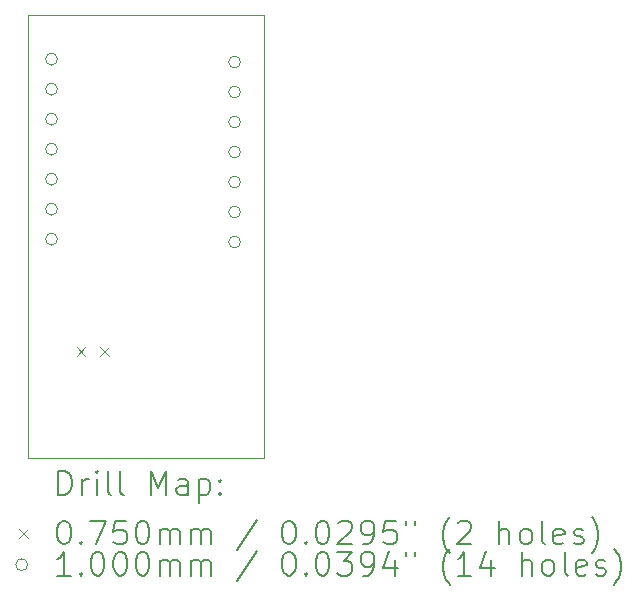
<source format=gbr>
%TF.GenerationSoftware,KiCad,Pcbnew,8.0.1*%
%TF.CreationDate,2024-04-18T20:01:48+02:00*%
%TF.ProjectId,jump,6a756d70-2e6b-4696-9361-645f70636258,rev?*%
%TF.SameCoordinates,Original*%
%TF.FileFunction,Drillmap*%
%TF.FilePolarity,Positive*%
%FSLAX45Y45*%
G04 Gerber Fmt 4.5, Leading zero omitted, Abs format (unit mm)*
G04 Created by KiCad (PCBNEW 8.0.1) date 2024-04-18 20:01:48*
%MOMM*%
%LPD*%
G01*
G04 APERTURE LIST*
%ADD10C,0.050000*%
%ADD11C,0.200000*%
%ADD12C,0.100000*%
G04 APERTURE END LIST*
D10*
X6350000Y-5200000D02*
X8350000Y-5200000D01*
X8350000Y-8950000D01*
X6350000Y-8950000D01*
X6350000Y-5200000D01*
D11*
D12*
X6762500Y-8012500D02*
X6837500Y-8087500D01*
X6837500Y-8012500D02*
X6762500Y-8087500D01*
X6962500Y-8012500D02*
X7037500Y-8087500D01*
X7037500Y-8012500D02*
X6962500Y-8087500D01*
X6600000Y-5576000D02*
G75*
G02*
X6500000Y-5576000I-50000J0D01*
G01*
X6500000Y-5576000D02*
G75*
G02*
X6600000Y-5576000I50000J0D01*
G01*
X6600000Y-5830000D02*
G75*
G02*
X6500000Y-5830000I-50000J0D01*
G01*
X6500000Y-5830000D02*
G75*
G02*
X6600000Y-5830000I50000J0D01*
G01*
X6600000Y-6084000D02*
G75*
G02*
X6500000Y-6084000I-50000J0D01*
G01*
X6500000Y-6084000D02*
G75*
G02*
X6600000Y-6084000I50000J0D01*
G01*
X6600000Y-6338000D02*
G75*
G02*
X6500000Y-6338000I-50000J0D01*
G01*
X6500000Y-6338000D02*
G75*
G02*
X6600000Y-6338000I50000J0D01*
G01*
X6600000Y-6592000D02*
G75*
G02*
X6500000Y-6592000I-50000J0D01*
G01*
X6500000Y-6592000D02*
G75*
G02*
X6600000Y-6592000I50000J0D01*
G01*
X6600000Y-6846000D02*
G75*
G02*
X6500000Y-6846000I-50000J0D01*
G01*
X6500000Y-6846000D02*
G75*
G02*
X6600000Y-6846000I50000J0D01*
G01*
X6600000Y-7100000D02*
G75*
G02*
X6500000Y-7100000I-50000J0D01*
G01*
X6500000Y-7100000D02*
G75*
G02*
X6600000Y-7100000I50000J0D01*
G01*
X8150000Y-5600000D02*
G75*
G02*
X8050000Y-5600000I-50000J0D01*
G01*
X8050000Y-5600000D02*
G75*
G02*
X8150000Y-5600000I50000J0D01*
G01*
X8150000Y-5854000D02*
G75*
G02*
X8050000Y-5854000I-50000J0D01*
G01*
X8050000Y-5854000D02*
G75*
G02*
X8150000Y-5854000I50000J0D01*
G01*
X8150000Y-6108000D02*
G75*
G02*
X8050000Y-6108000I-50000J0D01*
G01*
X8050000Y-6108000D02*
G75*
G02*
X8150000Y-6108000I50000J0D01*
G01*
X8150000Y-6362000D02*
G75*
G02*
X8050000Y-6362000I-50000J0D01*
G01*
X8050000Y-6362000D02*
G75*
G02*
X8150000Y-6362000I50000J0D01*
G01*
X8150000Y-6616000D02*
G75*
G02*
X8050000Y-6616000I-50000J0D01*
G01*
X8050000Y-6616000D02*
G75*
G02*
X8150000Y-6616000I50000J0D01*
G01*
X8150000Y-6870000D02*
G75*
G02*
X8050000Y-6870000I-50000J0D01*
G01*
X8050000Y-6870000D02*
G75*
G02*
X8150000Y-6870000I50000J0D01*
G01*
X8150000Y-7124000D02*
G75*
G02*
X8050000Y-7124000I-50000J0D01*
G01*
X8050000Y-7124000D02*
G75*
G02*
X8150000Y-7124000I50000J0D01*
G01*
D11*
X6608277Y-9263984D02*
X6608277Y-9063984D01*
X6608277Y-9063984D02*
X6655896Y-9063984D01*
X6655896Y-9063984D02*
X6684467Y-9073508D01*
X6684467Y-9073508D02*
X6703515Y-9092555D01*
X6703515Y-9092555D02*
X6713039Y-9111603D01*
X6713039Y-9111603D02*
X6722562Y-9149698D01*
X6722562Y-9149698D02*
X6722562Y-9178270D01*
X6722562Y-9178270D02*
X6713039Y-9216365D01*
X6713039Y-9216365D02*
X6703515Y-9235412D01*
X6703515Y-9235412D02*
X6684467Y-9254460D01*
X6684467Y-9254460D02*
X6655896Y-9263984D01*
X6655896Y-9263984D02*
X6608277Y-9263984D01*
X6808277Y-9263984D02*
X6808277Y-9130650D01*
X6808277Y-9168746D02*
X6817801Y-9149698D01*
X6817801Y-9149698D02*
X6827324Y-9140174D01*
X6827324Y-9140174D02*
X6846372Y-9130650D01*
X6846372Y-9130650D02*
X6865420Y-9130650D01*
X6932086Y-9263984D02*
X6932086Y-9130650D01*
X6932086Y-9063984D02*
X6922562Y-9073508D01*
X6922562Y-9073508D02*
X6932086Y-9083031D01*
X6932086Y-9083031D02*
X6941610Y-9073508D01*
X6941610Y-9073508D02*
X6932086Y-9063984D01*
X6932086Y-9063984D02*
X6932086Y-9083031D01*
X7055896Y-9263984D02*
X7036848Y-9254460D01*
X7036848Y-9254460D02*
X7027324Y-9235412D01*
X7027324Y-9235412D02*
X7027324Y-9063984D01*
X7160658Y-9263984D02*
X7141610Y-9254460D01*
X7141610Y-9254460D02*
X7132086Y-9235412D01*
X7132086Y-9235412D02*
X7132086Y-9063984D01*
X7389229Y-9263984D02*
X7389229Y-9063984D01*
X7389229Y-9063984D02*
X7455896Y-9206841D01*
X7455896Y-9206841D02*
X7522562Y-9063984D01*
X7522562Y-9063984D02*
X7522562Y-9263984D01*
X7703515Y-9263984D02*
X7703515Y-9159222D01*
X7703515Y-9159222D02*
X7693991Y-9140174D01*
X7693991Y-9140174D02*
X7674943Y-9130650D01*
X7674943Y-9130650D02*
X7636848Y-9130650D01*
X7636848Y-9130650D02*
X7617801Y-9140174D01*
X7703515Y-9254460D02*
X7684467Y-9263984D01*
X7684467Y-9263984D02*
X7636848Y-9263984D01*
X7636848Y-9263984D02*
X7617801Y-9254460D01*
X7617801Y-9254460D02*
X7608277Y-9235412D01*
X7608277Y-9235412D02*
X7608277Y-9216365D01*
X7608277Y-9216365D02*
X7617801Y-9197317D01*
X7617801Y-9197317D02*
X7636848Y-9187793D01*
X7636848Y-9187793D02*
X7684467Y-9187793D01*
X7684467Y-9187793D02*
X7703515Y-9178270D01*
X7798753Y-9130650D02*
X7798753Y-9330650D01*
X7798753Y-9140174D02*
X7817801Y-9130650D01*
X7817801Y-9130650D02*
X7855896Y-9130650D01*
X7855896Y-9130650D02*
X7874943Y-9140174D01*
X7874943Y-9140174D02*
X7884467Y-9149698D01*
X7884467Y-9149698D02*
X7893991Y-9168746D01*
X7893991Y-9168746D02*
X7893991Y-9225889D01*
X7893991Y-9225889D02*
X7884467Y-9244936D01*
X7884467Y-9244936D02*
X7874943Y-9254460D01*
X7874943Y-9254460D02*
X7855896Y-9263984D01*
X7855896Y-9263984D02*
X7817801Y-9263984D01*
X7817801Y-9263984D02*
X7798753Y-9254460D01*
X7979705Y-9244936D02*
X7989229Y-9254460D01*
X7989229Y-9254460D02*
X7979705Y-9263984D01*
X7979705Y-9263984D02*
X7970182Y-9254460D01*
X7970182Y-9254460D02*
X7979705Y-9244936D01*
X7979705Y-9244936D02*
X7979705Y-9263984D01*
X7979705Y-9140174D02*
X7989229Y-9149698D01*
X7989229Y-9149698D02*
X7979705Y-9159222D01*
X7979705Y-9159222D02*
X7970182Y-9149698D01*
X7970182Y-9149698D02*
X7979705Y-9140174D01*
X7979705Y-9140174D02*
X7979705Y-9159222D01*
D12*
X6272500Y-9555000D02*
X6347500Y-9630000D01*
X6347500Y-9555000D02*
X6272500Y-9630000D01*
D11*
X6646372Y-9483984D02*
X6665420Y-9483984D01*
X6665420Y-9483984D02*
X6684467Y-9493508D01*
X6684467Y-9493508D02*
X6693991Y-9503031D01*
X6693991Y-9503031D02*
X6703515Y-9522079D01*
X6703515Y-9522079D02*
X6713039Y-9560174D01*
X6713039Y-9560174D02*
X6713039Y-9607793D01*
X6713039Y-9607793D02*
X6703515Y-9645889D01*
X6703515Y-9645889D02*
X6693991Y-9664936D01*
X6693991Y-9664936D02*
X6684467Y-9674460D01*
X6684467Y-9674460D02*
X6665420Y-9683984D01*
X6665420Y-9683984D02*
X6646372Y-9683984D01*
X6646372Y-9683984D02*
X6627324Y-9674460D01*
X6627324Y-9674460D02*
X6617801Y-9664936D01*
X6617801Y-9664936D02*
X6608277Y-9645889D01*
X6608277Y-9645889D02*
X6598753Y-9607793D01*
X6598753Y-9607793D02*
X6598753Y-9560174D01*
X6598753Y-9560174D02*
X6608277Y-9522079D01*
X6608277Y-9522079D02*
X6617801Y-9503031D01*
X6617801Y-9503031D02*
X6627324Y-9493508D01*
X6627324Y-9493508D02*
X6646372Y-9483984D01*
X6798753Y-9664936D02*
X6808277Y-9674460D01*
X6808277Y-9674460D02*
X6798753Y-9683984D01*
X6798753Y-9683984D02*
X6789229Y-9674460D01*
X6789229Y-9674460D02*
X6798753Y-9664936D01*
X6798753Y-9664936D02*
X6798753Y-9683984D01*
X6874943Y-9483984D02*
X7008277Y-9483984D01*
X7008277Y-9483984D02*
X6922562Y-9683984D01*
X7179705Y-9483984D02*
X7084467Y-9483984D01*
X7084467Y-9483984D02*
X7074943Y-9579222D01*
X7074943Y-9579222D02*
X7084467Y-9569698D01*
X7084467Y-9569698D02*
X7103515Y-9560174D01*
X7103515Y-9560174D02*
X7151134Y-9560174D01*
X7151134Y-9560174D02*
X7170182Y-9569698D01*
X7170182Y-9569698D02*
X7179705Y-9579222D01*
X7179705Y-9579222D02*
X7189229Y-9598270D01*
X7189229Y-9598270D02*
X7189229Y-9645889D01*
X7189229Y-9645889D02*
X7179705Y-9664936D01*
X7179705Y-9664936D02*
X7170182Y-9674460D01*
X7170182Y-9674460D02*
X7151134Y-9683984D01*
X7151134Y-9683984D02*
X7103515Y-9683984D01*
X7103515Y-9683984D02*
X7084467Y-9674460D01*
X7084467Y-9674460D02*
X7074943Y-9664936D01*
X7313039Y-9483984D02*
X7332086Y-9483984D01*
X7332086Y-9483984D02*
X7351134Y-9493508D01*
X7351134Y-9493508D02*
X7360658Y-9503031D01*
X7360658Y-9503031D02*
X7370182Y-9522079D01*
X7370182Y-9522079D02*
X7379705Y-9560174D01*
X7379705Y-9560174D02*
X7379705Y-9607793D01*
X7379705Y-9607793D02*
X7370182Y-9645889D01*
X7370182Y-9645889D02*
X7360658Y-9664936D01*
X7360658Y-9664936D02*
X7351134Y-9674460D01*
X7351134Y-9674460D02*
X7332086Y-9683984D01*
X7332086Y-9683984D02*
X7313039Y-9683984D01*
X7313039Y-9683984D02*
X7293991Y-9674460D01*
X7293991Y-9674460D02*
X7284467Y-9664936D01*
X7284467Y-9664936D02*
X7274943Y-9645889D01*
X7274943Y-9645889D02*
X7265420Y-9607793D01*
X7265420Y-9607793D02*
X7265420Y-9560174D01*
X7265420Y-9560174D02*
X7274943Y-9522079D01*
X7274943Y-9522079D02*
X7284467Y-9503031D01*
X7284467Y-9503031D02*
X7293991Y-9493508D01*
X7293991Y-9493508D02*
X7313039Y-9483984D01*
X7465420Y-9683984D02*
X7465420Y-9550650D01*
X7465420Y-9569698D02*
X7474943Y-9560174D01*
X7474943Y-9560174D02*
X7493991Y-9550650D01*
X7493991Y-9550650D02*
X7522563Y-9550650D01*
X7522563Y-9550650D02*
X7541610Y-9560174D01*
X7541610Y-9560174D02*
X7551134Y-9579222D01*
X7551134Y-9579222D02*
X7551134Y-9683984D01*
X7551134Y-9579222D02*
X7560658Y-9560174D01*
X7560658Y-9560174D02*
X7579705Y-9550650D01*
X7579705Y-9550650D02*
X7608277Y-9550650D01*
X7608277Y-9550650D02*
X7627324Y-9560174D01*
X7627324Y-9560174D02*
X7636848Y-9579222D01*
X7636848Y-9579222D02*
X7636848Y-9683984D01*
X7732086Y-9683984D02*
X7732086Y-9550650D01*
X7732086Y-9569698D02*
X7741610Y-9560174D01*
X7741610Y-9560174D02*
X7760658Y-9550650D01*
X7760658Y-9550650D02*
X7789229Y-9550650D01*
X7789229Y-9550650D02*
X7808277Y-9560174D01*
X7808277Y-9560174D02*
X7817801Y-9579222D01*
X7817801Y-9579222D02*
X7817801Y-9683984D01*
X7817801Y-9579222D02*
X7827324Y-9560174D01*
X7827324Y-9560174D02*
X7846372Y-9550650D01*
X7846372Y-9550650D02*
X7874943Y-9550650D01*
X7874943Y-9550650D02*
X7893991Y-9560174D01*
X7893991Y-9560174D02*
X7903515Y-9579222D01*
X7903515Y-9579222D02*
X7903515Y-9683984D01*
X8293991Y-9474460D02*
X8122563Y-9731603D01*
X8551134Y-9483984D02*
X8570182Y-9483984D01*
X8570182Y-9483984D02*
X8589229Y-9493508D01*
X8589229Y-9493508D02*
X8598753Y-9503031D01*
X8598753Y-9503031D02*
X8608277Y-9522079D01*
X8608277Y-9522079D02*
X8617801Y-9560174D01*
X8617801Y-9560174D02*
X8617801Y-9607793D01*
X8617801Y-9607793D02*
X8608277Y-9645889D01*
X8608277Y-9645889D02*
X8598753Y-9664936D01*
X8598753Y-9664936D02*
X8589229Y-9674460D01*
X8589229Y-9674460D02*
X8570182Y-9683984D01*
X8570182Y-9683984D02*
X8551134Y-9683984D01*
X8551134Y-9683984D02*
X8532087Y-9674460D01*
X8532087Y-9674460D02*
X8522563Y-9664936D01*
X8522563Y-9664936D02*
X8513039Y-9645889D01*
X8513039Y-9645889D02*
X8503515Y-9607793D01*
X8503515Y-9607793D02*
X8503515Y-9560174D01*
X8503515Y-9560174D02*
X8513039Y-9522079D01*
X8513039Y-9522079D02*
X8522563Y-9503031D01*
X8522563Y-9503031D02*
X8532087Y-9493508D01*
X8532087Y-9493508D02*
X8551134Y-9483984D01*
X8703515Y-9664936D02*
X8713039Y-9674460D01*
X8713039Y-9674460D02*
X8703515Y-9683984D01*
X8703515Y-9683984D02*
X8693991Y-9674460D01*
X8693991Y-9674460D02*
X8703515Y-9664936D01*
X8703515Y-9664936D02*
X8703515Y-9683984D01*
X8836848Y-9483984D02*
X8855896Y-9483984D01*
X8855896Y-9483984D02*
X8874944Y-9493508D01*
X8874944Y-9493508D02*
X8884468Y-9503031D01*
X8884468Y-9503031D02*
X8893991Y-9522079D01*
X8893991Y-9522079D02*
X8903515Y-9560174D01*
X8903515Y-9560174D02*
X8903515Y-9607793D01*
X8903515Y-9607793D02*
X8893991Y-9645889D01*
X8893991Y-9645889D02*
X8884468Y-9664936D01*
X8884468Y-9664936D02*
X8874944Y-9674460D01*
X8874944Y-9674460D02*
X8855896Y-9683984D01*
X8855896Y-9683984D02*
X8836848Y-9683984D01*
X8836848Y-9683984D02*
X8817801Y-9674460D01*
X8817801Y-9674460D02*
X8808277Y-9664936D01*
X8808277Y-9664936D02*
X8798753Y-9645889D01*
X8798753Y-9645889D02*
X8789229Y-9607793D01*
X8789229Y-9607793D02*
X8789229Y-9560174D01*
X8789229Y-9560174D02*
X8798753Y-9522079D01*
X8798753Y-9522079D02*
X8808277Y-9503031D01*
X8808277Y-9503031D02*
X8817801Y-9493508D01*
X8817801Y-9493508D02*
X8836848Y-9483984D01*
X8979706Y-9503031D02*
X8989229Y-9493508D01*
X8989229Y-9493508D02*
X9008277Y-9483984D01*
X9008277Y-9483984D02*
X9055896Y-9483984D01*
X9055896Y-9483984D02*
X9074944Y-9493508D01*
X9074944Y-9493508D02*
X9084468Y-9503031D01*
X9084468Y-9503031D02*
X9093991Y-9522079D01*
X9093991Y-9522079D02*
X9093991Y-9541127D01*
X9093991Y-9541127D02*
X9084468Y-9569698D01*
X9084468Y-9569698D02*
X8970182Y-9683984D01*
X8970182Y-9683984D02*
X9093991Y-9683984D01*
X9189229Y-9683984D02*
X9227325Y-9683984D01*
X9227325Y-9683984D02*
X9246372Y-9674460D01*
X9246372Y-9674460D02*
X9255896Y-9664936D01*
X9255896Y-9664936D02*
X9274944Y-9636365D01*
X9274944Y-9636365D02*
X9284468Y-9598270D01*
X9284468Y-9598270D02*
X9284468Y-9522079D01*
X9284468Y-9522079D02*
X9274944Y-9503031D01*
X9274944Y-9503031D02*
X9265420Y-9493508D01*
X9265420Y-9493508D02*
X9246372Y-9483984D01*
X9246372Y-9483984D02*
X9208277Y-9483984D01*
X9208277Y-9483984D02*
X9189229Y-9493508D01*
X9189229Y-9493508D02*
X9179706Y-9503031D01*
X9179706Y-9503031D02*
X9170182Y-9522079D01*
X9170182Y-9522079D02*
X9170182Y-9569698D01*
X9170182Y-9569698D02*
X9179706Y-9588746D01*
X9179706Y-9588746D02*
X9189229Y-9598270D01*
X9189229Y-9598270D02*
X9208277Y-9607793D01*
X9208277Y-9607793D02*
X9246372Y-9607793D01*
X9246372Y-9607793D02*
X9265420Y-9598270D01*
X9265420Y-9598270D02*
X9274944Y-9588746D01*
X9274944Y-9588746D02*
X9284468Y-9569698D01*
X9465420Y-9483984D02*
X9370182Y-9483984D01*
X9370182Y-9483984D02*
X9360658Y-9579222D01*
X9360658Y-9579222D02*
X9370182Y-9569698D01*
X9370182Y-9569698D02*
X9389229Y-9560174D01*
X9389229Y-9560174D02*
X9436849Y-9560174D01*
X9436849Y-9560174D02*
X9455896Y-9569698D01*
X9455896Y-9569698D02*
X9465420Y-9579222D01*
X9465420Y-9579222D02*
X9474944Y-9598270D01*
X9474944Y-9598270D02*
X9474944Y-9645889D01*
X9474944Y-9645889D02*
X9465420Y-9664936D01*
X9465420Y-9664936D02*
X9455896Y-9674460D01*
X9455896Y-9674460D02*
X9436849Y-9683984D01*
X9436849Y-9683984D02*
X9389229Y-9683984D01*
X9389229Y-9683984D02*
X9370182Y-9674460D01*
X9370182Y-9674460D02*
X9360658Y-9664936D01*
X9551134Y-9483984D02*
X9551134Y-9522079D01*
X9627325Y-9483984D02*
X9627325Y-9522079D01*
X9922563Y-9760174D02*
X9913039Y-9750650D01*
X9913039Y-9750650D02*
X9893991Y-9722079D01*
X9893991Y-9722079D02*
X9884468Y-9703031D01*
X9884468Y-9703031D02*
X9874944Y-9674460D01*
X9874944Y-9674460D02*
X9865420Y-9626841D01*
X9865420Y-9626841D02*
X9865420Y-9588746D01*
X9865420Y-9588746D02*
X9874944Y-9541127D01*
X9874944Y-9541127D02*
X9884468Y-9512555D01*
X9884468Y-9512555D02*
X9893991Y-9493508D01*
X9893991Y-9493508D02*
X9913039Y-9464936D01*
X9913039Y-9464936D02*
X9922563Y-9455412D01*
X9989230Y-9503031D02*
X9998753Y-9493508D01*
X9998753Y-9493508D02*
X10017801Y-9483984D01*
X10017801Y-9483984D02*
X10065420Y-9483984D01*
X10065420Y-9483984D02*
X10084468Y-9493508D01*
X10084468Y-9493508D02*
X10093991Y-9503031D01*
X10093991Y-9503031D02*
X10103515Y-9522079D01*
X10103515Y-9522079D02*
X10103515Y-9541127D01*
X10103515Y-9541127D02*
X10093991Y-9569698D01*
X10093991Y-9569698D02*
X9979706Y-9683984D01*
X9979706Y-9683984D02*
X10103515Y-9683984D01*
X10341611Y-9683984D02*
X10341611Y-9483984D01*
X10427325Y-9683984D02*
X10427325Y-9579222D01*
X10427325Y-9579222D02*
X10417801Y-9560174D01*
X10417801Y-9560174D02*
X10398753Y-9550650D01*
X10398753Y-9550650D02*
X10370182Y-9550650D01*
X10370182Y-9550650D02*
X10351134Y-9560174D01*
X10351134Y-9560174D02*
X10341611Y-9569698D01*
X10551134Y-9683984D02*
X10532087Y-9674460D01*
X10532087Y-9674460D02*
X10522563Y-9664936D01*
X10522563Y-9664936D02*
X10513039Y-9645889D01*
X10513039Y-9645889D02*
X10513039Y-9588746D01*
X10513039Y-9588746D02*
X10522563Y-9569698D01*
X10522563Y-9569698D02*
X10532087Y-9560174D01*
X10532087Y-9560174D02*
X10551134Y-9550650D01*
X10551134Y-9550650D02*
X10579706Y-9550650D01*
X10579706Y-9550650D02*
X10598753Y-9560174D01*
X10598753Y-9560174D02*
X10608277Y-9569698D01*
X10608277Y-9569698D02*
X10617801Y-9588746D01*
X10617801Y-9588746D02*
X10617801Y-9645889D01*
X10617801Y-9645889D02*
X10608277Y-9664936D01*
X10608277Y-9664936D02*
X10598753Y-9674460D01*
X10598753Y-9674460D02*
X10579706Y-9683984D01*
X10579706Y-9683984D02*
X10551134Y-9683984D01*
X10732087Y-9683984D02*
X10713039Y-9674460D01*
X10713039Y-9674460D02*
X10703515Y-9655412D01*
X10703515Y-9655412D02*
X10703515Y-9483984D01*
X10884468Y-9674460D02*
X10865420Y-9683984D01*
X10865420Y-9683984D02*
X10827325Y-9683984D01*
X10827325Y-9683984D02*
X10808277Y-9674460D01*
X10808277Y-9674460D02*
X10798753Y-9655412D01*
X10798753Y-9655412D02*
X10798753Y-9579222D01*
X10798753Y-9579222D02*
X10808277Y-9560174D01*
X10808277Y-9560174D02*
X10827325Y-9550650D01*
X10827325Y-9550650D02*
X10865420Y-9550650D01*
X10865420Y-9550650D02*
X10884468Y-9560174D01*
X10884468Y-9560174D02*
X10893992Y-9579222D01*
X10893992Y-9579222D02*
X10893992Y-9598270D01*
X10893992Y-9598270D02*
X10798753Y-9617317D01*
X10970182Y-9674460D02*
X10989230Y-9683984D01*
X10989230Y-9683984D02*
X11027325Y-9683984D01*
X11027325Y-9683984D02*
X11046373Y-9674460D01*
X11046373Y-9674460D02*
X11055896Y-9655412D01*
X11055896Y-9655412D02*
X11055896Y-9645889D01*
X11055896Y-9645889D02*
X11046373Y-9626841D01*
X11046373Y-9626841D02*
X11027325Y-9617317D01*
X11027325Y-9617317D02*
X10998753Y-9617317D01*
X10998753Y-9617317D02*
X10979706Y-9607793D01*
X10979706Y-9607793D02*
X10970182Y-9588746D01*
X10970182Y-9588746D02*
X10970182Y-9579222D01*
X10970182Y-9579222D02*
X10979706Y-9560174D01*
X10979706Y-9560174D02*
X10998753Y-9550650D01*
X10998753Y-9550650D02*
X11027325Y-9550650D01*
X11027325Y-9550650D02*
X11046373Y-9560174D01*
X11122563Y-9760174D02*
X11132087Y-9750650D01*
X11132087Y-9750650D02*
X11151134Y-9722079D01*
X11151134Y-9722079D02*
X11160658Y-9703031D01*
X11160658Y-9703031D02*
X11170182Y-9674460D01*
X11170182Y-9674460D02*
X11179706Y-9626841D01*
X11179706Y-9626841D02*
X11179706Y-9588746D01*
X11179706Y-9588746D02*
X11170182Y-9541127D01*
X11170182Y-9541127D02*
X11160658Y-9512555D01*
X11160658Y-9512555D02*
X11151134Y-9493508D01*
X11151134Y-9493508D02*
X11132087Y-9464936D01*
X11132087Y-9464936D02*
X11122563Y-9455412D01*
D12*
X6347500Y-9856500D02*
G75*
G02*
X6247500Y-9856500I-50000J0D01*
G01*
X6247500Y-9856500D02*
G75*
G02*
X6347500Y-9856500I50000J0D01*
G01*
D11*
X6713039Y-9947984D02*
X6598753Y-9947984D01*
X6655896Y-9947984D02*
X6655896Y-9747984D01*
X6655896Y-9747984D02*
X6636848Y-9776555D01*
X6636848Y-9776555D02*
X6617801Y-9795603D01*
X6617801Y-9795603D02*
X6598753Y-9805127D01*
X6798753Y-9928936D02*
X6808277Y-9938460D01*
X6808277Y-9938460D02*
X6798753Y-9947984D01*
X6798753Y-9947984D02*
X6789229Y-9938460D01*
X6789229Y-9938460D02*
X6798753Y-9928936D01*
X6798753Y-9928936D02*
X6798753Y-9947984D01*
X6932086Y-9747984D02*
X6951134Y-9747984D01*
X6951134Y-9747984D02*
X6970182Y-9757508D01*
X6970182Y-9757508D02*
X6979705Y-9767031D01*
X6979705Y-9767031D02*
X6989229Y-9786079D01*
X6989229Y-9786079D02*
X6998753Y-9824174D01*
X6998753Y-9824174D02*
X6998753Y-9871793D01*
X6998753Y-9871793D02*
X6989229Y-9909889D01*
X6989229Y-9909889D02*
X6979705Y-9928936D01*
X6979705Y-9928936D02*
X6970182Y-9938460D01*
X6970182Y-9938460D02*
X6951134Y-9947984D01*
X6951134Y-9947984D02*
X6932086Y-9947984D01*
X6932086Y-9947984D02*
X6913039Y-9938460D01*
X6913039Y-9938460D02*
X6903515Y-9928936D01*
X6903515Y-9928936D02*
X6893991Y-9909889D01*
X6893991Y-9909889D02*
X6884467Y-9871793D01*
X6884467Y-9871793D02*
X6884467Y-9824174D01*
X6884467Y-9824174D02*
X6893991Y-9786079D01*
X6893991Y-9786079D02*
X6903515Y-9767031D01*
X6903515Y-9767031D02*
X6913039Y-9757508D01*
X6913039Y-9757508D02*
X6932086Y-9747984D01*
X7122562Y-9747984D02*
X7141610Y-9747984D01*
X7141610Y-9747984D02*
X7160658Y-9757508D01*
X7160658Y-9757508D02*
X7170182Y-9767031D01*
X7170182Y-9767031D02*
X7179705Y-9786079D01*
X7179705Y-9786079D02*
X7189229Y-9824174D01*
X7189229Y-9824174D02*
X7189229Y-9871793D01*
X7189229Y-9871793D02*
X7179705Y-9909889D01*
X7179705Y-9909889D02*
X7170182Y-9928936D01*
X7170182Y-9928936D02*
X7160658Y-9938460D01*
X7160658Y-9938460D02*
X7141610Y-9947984D01*
X7141610Y-9947984D02*
X7122562Y-9947984D01*
X7122562Y-9947984D02*
X7103515Y-9938460D01*
X7103515Y-9938460D02*
X7093991Y-9928936D01*
X7093991Y-9928936D02*
X7084467Y-9909889D01*
X7084467Y-9909889D02*
X7074943Y-9871793D01*
X7074943Y-9871793D02*
X7074943Y-9824174D01*
X7074943Y-9824174D02*
X7084467Y-9786079D01*
X7084467Y-9786079D02*
X7093991Y-9767031D01*
X7093991Y-9767031D02*
X7103515Y-9757508D01*
X7103515Y-9757508D02*
X7122562Y-9747984D01*
X7313039Y-9747984D02*
X7332086Y-9747984D01*
X7332086Y-9747984D02*
X7351134Y-9757508D01*
X7351134Y-9757508D02*
X7360658Y-9767031D01*
X7360658Y-9767031D02*
X7370182Y-9786079D01*
X7370182Y-9786079D02*
X7379705Y-9824174D01*
X7379705Y-9824174D02*
X7379705Y-9871793D01*
X7379705Y-9871793D02*
X7370182Y-9909889D01*
X7370182Y-9909889D02*
X7360658Y-9928936D01*
X7360658Y-9928936D02*
X7351134Y-9938460D01*
X7351134Y-9938460D02*
X7332086Y-9947984D01*
X7332086Y-9947984D02*
X7313039Y-9947984D01*
X7313039Y-9947984D02*
X7293991Y-9938460D01*
X7293991Y-9938460D02*
X7284467Y-9928936D01*
X7284467Y-9928936D02*
X7274943Y-9909889D01*
X7274943Y-9909889D02*
X7265420Y-9871793D01*
X7265420Y-9871793D02*
X7265420Y-9824174D01*
X7265420Y-9824174D02*
X7274943Y-9786079D01*
X7274943Y-9786079D02*
X7284467Y-9767031D01*
X7284467Y-9767031D02*
X7293991Y-9757508D01*
X7293991Y-9757508D02*
X7313039Y-9747984D01*
X7465420Y-9947984D02*
X7465420Y-9814650D01*
X7465420Y-9833698D02*
X7474943Y-9824174D01*
X7474943Y-9824174D02*
X7493991Y-9814650D01*
X7493991Y-9814650D02*
X7522563Y-9814650D01*
X7522563Y-9814650D02*
X7541610Y-9824174D01*
X7541610Y-9824174D02*
X7551134Y-9843222D01*
X7551134Y-9843222D02*
X7551134Y-9947984D01*
X7551134Y-9843222D02*
X7560658Y-9824174D01*
X7560658Y-9824174D02*
X7579705Y-9814650D01*
X7579705Y-9814650D02*
X7608277Y-9814650D01*
X7608277Y-9814650D02*
X7627324Y-9824174D01*
X7627324Y-9824174D02*
X7636848Y-9843222D01*
X7636848Y-9843222D02*
X7636848Y-9947984D01*
X7732086Y-9947984D02*
X7732086Y-9814650D01*
X7732086Y-9833698D02*
X7741610Y-9824174D01*
X7741610Y-9824174D02*
X7760658Y-9814650D01*
X7760658Y-9814650D02*
X7789229Y-9814650D01*
X7789229Y-9814650D02*
X7808277Y-9824174D01*
X7808277Y-9824174D02*
X7817801Y-9843222D01*
X7817801Y-9843222D02*
X7817801Y-9947984D01*
X7817801Y-9843222D02*
X7827324Y-9824174D01*
X7827324Y-9824174D02*
X7846372Y-9814650D01*
X7846372Y-9814650D02*
X7874943Y-9814650D01*
X7874943Y-9814650D02*
X7893991Y-9824174D01*
X7893991Y-9824174D02*
X7903515Y-9843222D01*
X7903515Y-9843222D02*
X7903515Y-9947984D01*
X8293991Y-9738460D02*
X8122563Y-9995603D01*
X8551134Y-9747984D02*
X8570182Y-9747984D01*
X8570182Y-9747984D02*
X8589229Y-9757508D01*
X8589229Y-9757508D02*
X8598753Y-9767031D01*
X8598753Y-9767031D02*
X8608277Y-9786079D01*
X8608277Y-9786079D02*
X8617801Y-9824174D01*
X8617801Y-9824174D02*
X8617801Y-9871793D01*
X8617801Y-9871793D02*
X8608277Y-9909889D01*
X8608277Y-9909889D02*
X8598753Y-9928936D01*
X8598753Y-9928936D02*
X8589229Y-9938460D01*
X8589229Y-9938460D02*
X8570182Y-9947984D01*
X8570182Y-9947984D02*
X8551134Y-9947984D01*
X8551134Y-9947984D02*
X8532087Y-9938460D01*
X8532087Y-9938460D02*
X8522563Y-9928936D01*
X8522563Y-9928936D02*
X8513039Y-9909889D01*
X8513039Y-9909889D02*
X8503515Y-9871793D01*
X8503515Y-9871793D02*
X8503515Y-9824174D01*
X8503515Y-9824174D02*
X8513039Y-9786079D01*
X8513039Y-9786079D02*
X8522563Y-9767031D01*
X8522563Y-9767031D02*
X8532087Y-9757508D01*
X8532087Y-9757508D02*
X8551134Y-9747984D01*
X8703515Y-9928936D02*
X8713039Y-9938460D01*
X8713039Y-9938460D02*
X8703515Y-9947984D01*
X8703515Y-9947984D02*
X8693991Y-9938460D01*
X8693991Y-9938460D02*
X8703515Y-9928936D01*
X8703515Y-9928936D02*
X8703515Y-9947984D01*
X8836848Y-9747984D02*
X8855896Y-9747984D01*
X8855896Y-9747984D02*
X8874944Y-9757508D01*
X8874944Y-9757508D02*
X8884468Y-9767031D01*
X8884468Y-9767031D02*
X8893991Y-9786079D01*
X8893991Y-9786079D02*
X8903515Y-9824174D01*
X8903515Y-9824174D02*
X8903515Y-9871793D01*
X8903515Y-9871793D02*
X8893991Y-9909889D01*
X8893991Y-9909889D02*
X8884468Y-9928936D01*
X8884468Y-9928936D02*
X8874944Y-9938460D01*
X8874944Y-9938460D02*
X8855896Y-9947984D01*
X8855896Y-9947984D02*
X8836848Y-9947984D01*
X8836848Y-9947984D02*
X8817801Y-9938460D01*
X8817801Y-9938460D02*
X8808277Y-9928936D01*
X8808277Y-9928936D02*
X8798753Y-9909889D01*
X8798753Y-9909889D02*
X8789229Y-9871793D01*
X8789229Y-9871793D02*
X8789229Y-9824174D01*
X8789229Y-9824174D02*
X8798753Y-9786079D01*
X8798753Y-9786079D02*
X8808277Y-9767031D01*
X8808277Y-9767031D02*
X8817801Y-9757508D01*
X8817801Y-9757508D02*
X8836848Y-9747984D01*
X8970182Y-9747984D02*
X9093991Y-9747984D01*
X9093991Y-9747984D02*
X9027325Y-9824174D01*
X9027325Y-9824174D02*
X9055896Y-9824174D01*
X9055896Y-9824174D02*
X9074944Y-9833698D01*
X9074944Y-9833698D02*
X9084468Y-9843222D01*
X9084468Y-9843222D02*
X9093991Y-9862270D01*
X9093991Y-9862270D02*
X9093991Y-9909889D01*
X9093991Y-9909889D02*
X9084468Y-9928936D01*
X9084468Y-9928936D02*
X9074944Y-9938460D01*
X9074944Y-9938460D02*
X9055896Y-9947984D01*
X9055896Y-9947984D02*
X8998753Y-9947984D01*
X8998753Y-9947984D02*
X8979706Y-9938460D01*
X8979706Y-9938460D02*
X8970182Y-9928936D01*
X9189229Y-9947984D02*
X9227325Y-9947984D01*
X9227325Y-9947984D02*
X9246372Y-9938460D01*
X9246372Y-9938460D02*
X9255896Y-9928936D01*
X9255896Y-9928936D02*
X9274944Y-9900365D01*
X9274944Y-9900365D02*
X9284468Y-9862270D01*
X9284468Y-9862270D02*
X9284468Y-9786079D01*
X9284468Y-9786079D02*
X9274944Y-9767031D01*
X9274944Y-9767031D02*
X9265420Y-9757508D01*
X9265420Y-9757508D02*
X9246372Y-9747984D01*
X9246372Y-9747984D02*
X9208277Y-9747984D01*
X9208277Y-9747984D02*
X9189229Y-9757508D01*
X9189229Y-9757508D02*
X9179706Y-9767031D01*
X9179706Y-9767031D02*
X9170182Y-9786079D01*
X9170182Y-9786079D02*
X9170182Y-9833698D01*
X9170182Y-9833698D02*
X9179706Y-9852746D01*
X9179706Y-9852746D02*
X9189229Y-9862270D01*
X9189229Y-9862270D02*
X9208277Y-9871793D01*
X9208277Y-9871793D02*
X9246372Y-9871793D01*
X9246372Y-9871793D02*
X9265420Y-9862270D01*
X9265420Y-9862270D02*
X9274944Y-9852746D01*
X9274944Y-9852746D02*
X9284468Y-9833698D01*
X9455896Y-9814650D02*
X9455896Y-9947984D01*
X9408277Y-9738460D02*
X9360658Y-9881317D01*
X9360658Y-9881317D02*
X9484468Y-9881317D01*
X9551134Y-9747984D02*
X9551134Y-9786079D01*
X9627325Y-9747984D02*
X9627325Y-9786079D01*
X9922563Y-10024174D02*
X9913039Y-10014650D01*
X9913039Y-10014650D02*
X9893991Y-9986079D01*
X9893991Y-9986079D02*
X9884468Y-9967031D01*
X9884468Y-9967031D02*
X9874944Y-9938460D01*
X9874944Y-9938460D02*
X9865420Y-9890841D01*
X9865420Y-9890841D02*
X9865420Y-9852746D01*
X9865420Y-9852746D02*
X9874944Y-9805127D01*
X9874944Y-9805127D02*
X9884468Y-9776555D01*
X9884468Y-9776555D02*
X9893991Y-9757508D01*
X9893991Y-9757508D02*
X9913039Y-9728936D01*
X9913039Y-9728936D02*
X9922563Y-9719412D01*
X10103515Y-9947984D02*
X9989230Y-9947984D01*
X10046372Y-9947984D02*
X10046372Y-9747984D01*
X10046372Y-9747984D02*
X10027325Y-9776555D01*
X10027325Y-9776555D02*
X10008277Y-9795603D01*
X10008277Y-9795603D02*
X9989230Y-9805127D01*
X10274944Y-9814650D02*
X10274944Y-9947984D01*
X10227325Y-9738460D02*
X10179706Y-9881317D01*
X10179706Y-9881317D02*
X10303515Y-9881317D01*
X10532087Y-9947984D02*
X10532087Y-9747984D01*
X10617801Y-9947984D02*
X10617801Y-9843222D01*
X10617801Y-9843222D02*
X10608277Y-9824174D01*
X10608277Y-9824174D02*
X10589230Y-9814650D01*
X10589230Y-9814650D02*
X10560658Y-9814650D01*
X10560658Y-9814650D02*
X10541611Y-9824174D01*
X10541611Y-9824174D02*
X10532087Y-9833698D01*
X10741611Y-9947984D02*
X10722563Y-9938460D01*
X10722563Y-9938460D02*
X10713039Y-9928936D01*
X10713039Y-9928936D02*
X10703515Y-9909889D01*
X10703515Y-9909889D02*
X10703515Y-9852746D01*
X10703515Y-9852746D02*
X10713039Y-9833698D01*
X10713039Y-9833698D02*
X10722563Y-9824174D01*
X10722563Y-9824174D02*
X10741611Y-9814650D01*
X10741611Y-9814650D02*
X10770182Y-9814650D01*
X10770182Y-9814650D02*
X10789230Y-9824174D01*
X10789230Y-9824174D02*
X10798753Y-9833698D01*
X10798753Y-9833698D02*
X10808277Y-9852746D01*
X10808277Y-9852746D02*
X10808277Y-9909889D01*
X10808277Y-9909889D02*
X10798753Y-9928936D01*
X10798753Y-9928936D02*
X10789230Y-9938460D01*
X10789230Y-9938460D02*
X10770182Y-9947984D01*
X10770182Y-9947984D02*
X10741611Y-9947984D01*
X10922563Y-9947984D02*
X10903515Y-9938460D01*
X10903515Y-9938460D02*
X10893992Y-9919412D01*
X10893992Y-9919412D02*
X10893992Y-9747984D01*
X11074944Y-9938460D02*
X11055896Y-9947984D01*
X11055896Y-9947984D02*
X11017801Y-9947984D01*
X11017801Y-9947984D02*
X10998753Y-9938460D01*
X10998753Y-9938460D02*
X10989230Y-9919412D01*
X10989230Y-9919412D02*
X10989230Y-9843222D01*
X10989230Y-9843222D02*
X10998753Y-9824174D01*
X10998753Y-9824174D02*
X11017801Y-9814650D01*
X11017801Y-9814650D02*
X11055896Y-9814650D01*
X11055896Y-9814650D02*
X11074944Y-9824174D01*
X11074944Y-9824174D02*
X11084468Y-9843222D01*
X11084468Y-9843222D02*
X11084468Y-9862270D01*
X11084468Y-9862270D02*
X10989230Y-9881317D01*
X11160658Y-9938460D02*
X11179706Y-9947984D01*
X11179706Y-9947984D02*
X11217801Y-9947984D01*
X11217801Y-9947984D02*
X11236849Y-9938460D01*
X11236849Y-9938460D02*
X11246372Y-9919412D01*
X11246372Y-9919412D02*
X11246372Y-9909889D01*
X11246372Y-9909889D02*
X11236849Y-9890841D01*
X11236849Y-9890841D02*
X11217801Y-9881317D01*
X11217801Y-9881317D02*
X11189230Y-9881317D01*
X11189230Y-9881317D02*
X11170182Y-9871793D01*
X11170182Y-9871793D02*
X11160658Y-9852746D01*
X11160658Y-9852746D02*
X11160658Y-9843222D01*
X11160658Y-9843222D02*
X11170182Y-9824174D01*
X11170182Y-9824174D02*
X11189230Y-9814650D01*
X11189230Y-9814650D02*
X11217801Y-9814650D01*
X11217801Y-9814650D02*
X11236849Y-9824174D01*
X11313039Y-10024174D02*
X11322563Y-10014650D01*
X11322563Y-10014650D02*
X11341611Y-9986079D01*
X11341611Y-9986079D02*
X11351134Y-9967031D01*
X11351134Y-9967031D02*
X11360658Y-9938460D01*
X11360658Y-9938460D02*
X11370182Y-9890841D01*
X11370182Y-9890841D02*
X11370182Y-9852746D01*
X11370182Y-9852746D02*
X11360658Y-9805127D01*
X11360658Y-9805127D02*
X11351134Y-9776555D01*
X11351134Y-9776555D02*
X11341611Y-9757508D01*
X11341611Y-9757508D02*
X11322563Y-9728936D01*
X11322563Y-9728936D02*
X11313039Y-9719412D01*
M02*

</source>
